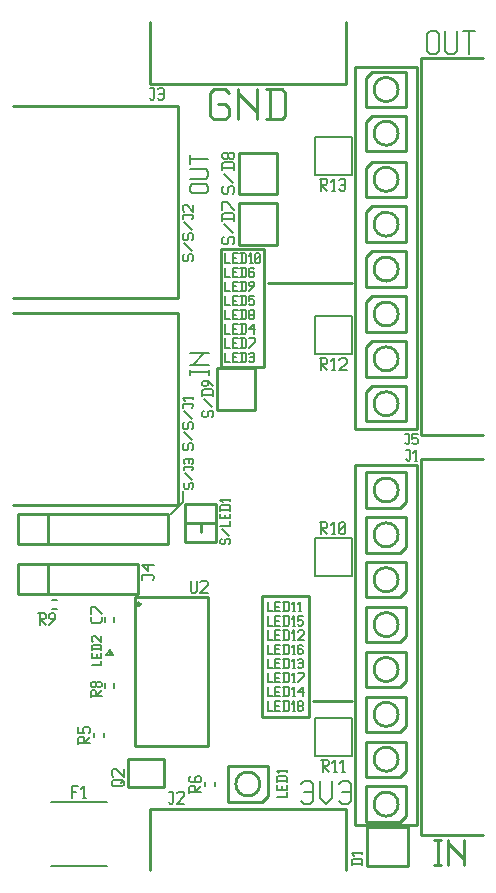
<source format=gbr>
G04 start of page 8 for group -4079 idx -4079 *
G04 Title: (unknown), topsilk *
G04 Creator: pcb 1.99z *
G04 CreationDate: Wed 16 Feb 2011 18:30:27 GMT UTC *
G04 For: rbarlow *
G04 Format: Gerber/RS-274X *
G04 PCB-Dimensions: 157480 283465 *
G04 PCB-Coordinate-Origin: lower left *
%MOIN*%
%FSLAX25Y25*%
%LNFRONTSILK*%
%ADD12C,0.0100*%
%ADD15C,0.0098*%
%ADD16C,0.0079*%
%ADD67C,0.0084*%
%ADD68C,0.0102*%
%ADD69C,0.0080*%
G54D12*X135039Y15355D02*X114567D01*
X135039Y135434D02*Y15355D01*
X114567D02*Y135434D01*
X83465Y91733D02*X99213D01*
Y51575D01*
X83465D01*
Y91733D01*
X100394Y56693D02*X113386D01*
X69685Y207481D02*X84252D01*
Y168111D01*
X69685D01*
Y207481D01*
X85433Y196063D02*X113386D01*
G54D16*X57086Y123230D02*X53149Y119293D01*
X57086Y126773D02*Y123230D01*
G54D12*X114567Y268111D02*X135039D01*
Y147638D01*
X114567D01*
Y135434D02*X135039D01*
X114567Y147638D02*Y268111D01*
G54D16*X60184Y225985D02*X64804D01*
X60184D02*X59414Y226755D01*
Y228295D02*Y226755D01*
Y228295D02*X60184Y229065D01*
X64804D01*
X65574Y228295D02*X64804Y229065D01*
X65574Y228295D02*Y226755D01*
X64804Y225985D02*X65574Y226755D01*
X59414Y230914D02*X64804D01*
X65574Y231684D01*
Y233224D02*Y231684D01*
Y233224D02*X64804Y233994D01*
X59414D02*X64804D01*
X59414Y238924D02*Y235844D01*
Y237384D02*X65574D01*
X59611Y167093D02*Y165553D01*
Y166323D02*X65771D01*
Y167093D02*Y165553D01*
X59611Y168942D02*X65771D01*
X59611D02*X60381D01*
X64231Y172792D01*
X59611D02*X65771D01*
G54D67*X140944Y10498D02*X143044D01*
X141994D02*Y2098D01*
X140944D02*X143044D01*
X145566Y10498D02*Y2098D01*
Y10498D02*Y9448D01*
X150816Y4198D01*
Y10498D02*Y2098D01*
G54D16*X138584Y279070D02*Y273430D01*
Y279070D02*X139524Y280010D01*
X141404D01*
X142344Y279070D01*
Y273430D01*
X141404Y272490D02*X142344Y273430D01*
X139524Y272490D02*X141404D01*
X138584Y273430D02*X139524Y272490D01*
X144601Y280010D02*Y273430D01*
X145541Y272490D01*
X147421D01*
X148361Y273430D01*
Y280010D02*Y273430D01*
X150619Y280010D02*X154379D01*
X152499D02*Y272490D01*
G54D68*X71222Y260847D02*X72492Y259577D01*
X67412Y260847D02*X71222D01*
X66142Y259577D02*X67412Y260847D01*
X66142Y259577D02*Y251957D01*
X67412Y250687D01*
X71222D01*
X72492Y251957D01*
Y254497D02*Y251957D01*
X71222Y255767D02*X72492Y254497D01*
X68682Y255767D02*X71222D01*
X75542Y260847D02*Y250687D01*
Y260847D02*Y259577D01*
X81892Y253227D01*
Y260847D02*Y250687D01*
X86213Y260847D02*Y250687D01*
X90023Y260847D02*X91293Y259577D01*
Y251957D01*
X90023Y250687D02*X91293Y251957D01*
X84943Y250687D02*X90023D01*
X84943Y260847D02*X90023D01*
G54D69*X96457Y29299D02*X97452Y30294D01*
X99442D01*
X100437Y29299D01*
Y23329D01*
X99442Y22334D02*X100437Y23329D01*
X97452Y22334D02*X99442D01*
X96457Y23329D02*X97452Y22334D01*
Y26314D02*X100437D01*
X102826Y30294D02*Y24324D01*
X104816Y22334D01*
X106806Y24324D01*
Y30294D02*Y24324D01*
X109196Y29299D02*X110191Y30294D01*
X112181D01*
X113176Y29299D01*
Y23329D01*
X112181Y22334D02*X113176Y23329D01*
X110191Y22334D02*X112181D01*
X109196Y23329D02*X110191Y22334D01*
Y26314D02*X113176D01*
G54D12*X85430Y25234D02*X83430Y23234D01*
X72050D02*X83430D01*
X72050Y35034D02*Y23234D01*
Y35034D02*X85430D01*
Y25234D01*
X82740Y29134D02*G75*G03X82740Y29134I-4000J0D01*G01*
X50739Y37516D02*Y28116D01*
X38839D02*X50739D01*
X38839Y37516D02*Y28116D01*
Y37516D02*X50739D01*
G54D15*X46025Y20869D02*X111497D01*
X46025D02*Y397D01*
X111497Y20869D02*Y397D01*
G54D16*X67650Y29921D02*Y28347D01*
X64634Y29921D02*Y28347D01*
X101180Y51181D02*Y38582D01*
Y51181D02*X113385D01*
Y38582D01*
X101180D02*X113385D01*
X31169Y62831D02*Y61257D01*
X34185Y62831D02*Y61257D01*
X32677Y73855D02*Y72281D01*
Y73855D02*X33858Y72281D01*
X32677Y73855D02*X31496Y72281D01*
X33858D01*
X30642Y46296D02*Y44722D01*
X27626Y46296D02*Y44722D01*
G54D12*X65550Y91538D02*Y41932D01*
X41140D02*X65550D01*
X41140Y91538D02*Y41932D01*
Y91538D02*X65550D01*
X41751Y89058D02*G75*G03X41751Y89058I610J0D01*G01*
G54D16*X34185Y84878D02*Y83304D01*
X31169Y84878D02*Y83304D01*
X13547Y90485D02*X15121D01*
X13547Y87469D02*X15121D01*
G54D12*X2008Y102638D02*X12008D01*
Y92638D01*
X2008Y102638D02*Y92638D01*
Y102638D02*X42008D01*
Y92638D01*
X2008D02*X42008D01*
X132261Y14705D02*Y1905D01*
X118361D02*X132261D01*
X118361Y14705D02*Y1905D01*
Y14705D02*X132261D01*
X131538Y48462D02*X129538Y46462D01*
X118158D02*X129538D01*
X118158Y58262D02*Y46462D01*
Y58262D02*X131538D01*
Y48462D01*
X128848Y52362D02*G75*G03X128848Y52362I-4000J0D01*G01*
X131538Y33501D02*X129538Y31501D01*
X118158D02*X129538D01*
X118158Y43301D02*Y31501D01*
Y43301D02*X131538D01*
Y33501D01*
X128848Y37401D02*G75*G03X128848Y37401I-4000J0D01*G01*
X131538Y18541D02*X129538Y16541D01*
X118158D02*X129538D01*
X118158Y28341D02*Y16541D01*
Y28341D02*X131538D01*
Y18541D01*
X128848Y22441D02*G75*G03X128848Y22441I-4000J0D01*G01*
G54D15*X136615Y137598D02*Y12126D01*
X157087D01*
X136615Y137598D02*X157087D01*
G54D12*X131538Y78383D02*X129538Y76383D01*
X118158D02*X129538D01*
X118158Y88183D02*Y76383D01*
Y88183D02*X131538D01*
Y78383D01*
X128848Y82283D02*G75*G03X128848Y82283I-4000J0D01*G01*
X131538Y63423D02*X129538Y61423D01*
X118158D02*X129538D01*
X118158Y73223D02*Y61423D01*
Y73223D02*X131538D01*
Y63423D01*
X128848Y67323D02*G75*G03X128848Y67323I-4000J0D01*G01*
G54D16*X13190Y23228D02*X31694D01*
X13190Y1968D02*X31694D01*
G54D12*X579Y122273D02*X55354D01*
Y186273D01*
X579D02*X55354D01*
X57692Y122446D02*X68292D01*
X57692D02*Y109846D01*
X68292D01*
Y122446D02*Y109846D01*
X57692Y116146D02*X68292D01*
X62992D02*Y113146D01*
X2009Y109174D02*X52009D01*
Y119174D02*Y109174D01*
X2009Y119174D02*X52009D01*
X2009D02*Y109174D01*
X12009Y119174D02*Y109174D01*
X2009Y119174D02*X12009D01*
X579Y191170D02*X55354D01*
Y255170D01*
X579D02*X55354D01*
X75686Y225744D02*X88486D01*
X75686Y239644D02*Y225744D01*
Y239644D02*X88486D01*
Y225744D01*
G54D15*X45984Y262599D02*X111456D01*
Y283071D02*Y262599D01*
X45984Y283071D02*Y262599D01*
G54D16*X101178Y111023D02*Y98424D01*
Y111023D02*X113383D01*
Y98424D01*
X101178D02*X113383D01*
G54D12*X68439Y153962D02*X81239D01*
X68439Y167862D02*Y153962D01*
Y167862D02*X81239D01*
Y153962D01*
X118159Y159806D02*X120159Y161806D01*
X131539D02*X120159D01*
X131539Y150006D02*Y161806D01*
X118159Y150006D02*X131539D01*
X118159Y159806D02*Y150006D01*
X120849Y155906D02*G75*G03X120849Y155906I4000J0D01*G01*
X118159Y174767D02*X120159Y176767D01*
X131539D02*X120159D01*
X131539Y164967D02*Y176767D01*
X118159Y164967D02*X131539D01*
X118159Y174767D02*Y164967D01*
X120849Y170867D02*G75*G03X120849Y170867I4000J0D01*G01*
X131538Y123265D02*X129538Y121265D01*
X118158D02*X129538D01*
X118158Y133065D02*Y121265D01*
Y133065D02*X131538D01*
Y123265D01*
X128848Y127165D02*G75*G03X128848Y127165I-4000J0D01*G01*
X131538Y108304D02*X129538Y106304D01*
X118158D02*X129538D01*
X118158Y118104D02*Y106304D01*
Y118104D02*X131538D01*
Y108304D01*
X128848Y112204D02*G75*G03X128848Y112204I-4000J0D01*G01*
X131538Y93344D02*X129538Y91344D01*
X118158D02*X129538D01*
X118158Y103144D02*Y91344D01*
Y103144D02*X131538D01*
Y93344D01*
X128848Y97244D02*G75*G03X128848Y97244I-4000J0D01*G01*
X88486Y222683D02*X75686D01*
X88486Y208783D02*Y222683D01*
X75686Y208783D02*X88486D01*
X75686Y222683D02*Y208783D01*
X118159Y219649D02*X120159Y221649D01*
X131539D02*X120159D01*
X131539Y209849D02*Y221649D01*
X118159Y209849D02*X131539D01*
X118159Y219649D02*Y209849D01*
X120849Y215749D02*G75*G03X120849Y215749I4000J0D01*G01*
G54D15*X136615Y271104D02*Y145632D01*
X157087D01*
X136615Y271104D02*X157087D01*
G54D16*X113386Y185040D02*Y172441D01*
X101181D02*X113386D01*
X101181Y185040D02*Y172441D01*
Y185040D02*X113386D01*
G54D12*X118159Y234610D02*X120159Y236610D01*
X131539D02*X120159D01*
X131539Y224810D02*Y236610D01*
X118159Y224810D02*X131539D01*
X118159Y234610D02*Y224810D01*
X120849Y230710D02*G75*G03X120849Y230710I4000J0D01*G01*
X118159Y249964D02*X120159Y251964D01*
X131539D02*X120159D01*
X131539Y240164D02*Y251964D01*
X118159Y240164D02*X131539D01*
X118159Y249964D02*Y240164D01*
X120849Y246064D02*G75*G03X120849Y246064I4000J0D01*G01*
X118159Y264531D02*X120159Y266531D01*
X131539D02*X120159D01*
X131539Y254731D02*Y266531D01*
X118159Y254731D02*X131539D01*
X118159Y264531D02*Y254731D01*
X120849Y260631D02*G75*G03X120849Y260631I4000J0D01*G01*
X118159Y189728D02*X120159Y191728D01*
X131539D02*X120159D01*
X131539Y179928D02*Y191728D01*
X118159Y179928D02*X131539D01*
X118159Y189728D02*Y179928D01*
X120849Y185828D02*G75*G03X120849Y185828I4000J0D01*G01*
X118159Y204688D02*X120159Y206688D01*
X131539D02*X120159D01*
X131539Y194888D02*Y206688D01*
X118159Y194888D02*X131539D01*
X118159Y204688D02*Y194888D01*
X120849Y200788D02*G75*G03X120849Y200788I4000J0D01*G01*
G54D16*X113385Y244884D02*Y232285D01*
X101180D02*X113385D01*
X101180Y244884D02*Y232285D01*
Y244884D02*X113385D01*
X102758Y116324D02*X104758D01*
X105258Y115824D01*
Y114824D01*
X104758Y114324D02*X105258Y114824D01*
X103258Y114324D02*X104758D01*
X103258Y116324D02*Y112324D01*
Y114324D02*X105258Y112324D01*
X106959D02*X107959D01*
X107459Y116324D02*Y112324D01*
X106459Y115324D02*X107459Y116324D01*
X109160Y112824D02*X109660Y112324D01*
X109160Y115824D02*Y112824D01*
Y115824D02*X109660Y116324D01*
X110660D01*
X111160Y115824D01*
Y112824D01*
X110660Y112324D02*X111160Y112824D01*
X109660Y112324D02*X110660D01*
X109160Y113324D02*X111160Y115324D01*
X131203Y145959D02*X132538D01*
Y142844D01*
X132093Y142399D02*X132538Y142844D01*
X131648Y142399D02*X132093D01*
X131203Y142844D02*X131648Y142399D01*
X133606Y145959D02*X135386D01*
X133606D02*Y144179D01*
X134051Y144624D01*
X134941D01*
X135386Y144179D01*
Y142844D01*
X134941Y142399D02*X135386Y142844D01*
X134051Y142399D02*X134941D01*
X133606Y142844D02*X134051Y142399D01*
X131554Y140448D02*X132889D01*
Y137333D01*
X132444Y136888D02*X132889Y137333D01*
X131999Y136888D02*X132444D01*
X131554Y137333D02*X131999Y136888D01*
X134402D02*X135292D01*
X134847Y140448D02*Y136888D01*
X133957Y139558D02*X134847Y140448D01*
X69585Y110582D02*X69975Y110972D01*
X69585Y110582D02*Y109412D01*
X69975Y109022D02*X69585Y109412D01*
X69975Y109022D02*X70755D01*
X71145Y109412D01*
Y110582D02*Y109412D01*
Y110582D02*X71535Y110972D01*
X72315D01*
X72705Y110582D02*X72315Y110972D01*
X72705Y110582D02*Y109412D01*
X72315Y109022D02*X72705Y109412D01*
X72315Y111908D02*X69975Y114248D01*
X69585Y115185D02*X72705D01*
Y116745D02*Y115185D01*
X71145Y118852D02*Y117682D01*
X72705Y119242D02*Y117682D01*
X69585D02*X72705D01*
X69585Y119242D02*Y117682D01*
Y120569D02*X72705D01*
X69585Y121739D02*X69975Y122129D01*
X72315D01*
X72705Y121739D02*X72315Y122129D01*
X72705Y121739D02*Y120179D01*
X69585Y121739D02*Y120179D01*
X72705Y124235D02*Y123455D01*
X69585Y123845D02*X72705D01*
X70365Y123065D02*X69585Y123845D01*
X30040Y84691D02*Y83356D01*
X29595Y82911D02*X30040Y83356D01*
X26925Y82911D02*X29595D01*
X26925D02*X26480Y83356D01*
Y84691D02*Y83356D01*
X30040Y85759D02*X27815Y87984D01*
X26480D02*X27815D01*
X26480D02*Y85759D01*
X59645Y96837D02*Y93337D01*
X60145Y92837D01*
X61145D01*
X61645Y93337D01*
Y96837D02*Y93337D01*
X62846Y96337D02*X63346Y96837D01*
X64846D01*
X65346Y96337D01*
Y95337D01*
X62846Y92837D02*X65346Y95337D01*
X62846Y92837D02*X65346D01*
X43543Y98784D02*Y97284D01*
Y98784D02*X47043D01*
X47543Y98284D02*X47043Y98784D01*
X47543Y98284D02*Y97784D01*
X47043Y97284D02*X47543Y97784D01*
X45543Y99985D02*X43543Y101985D01*
X45543Y102485D02*Y99985D01*
X43543Y101985D02*X47543D01*
X8894Y86007D02*X10894D01*
X11394Y85507D01*
Y84507D01*
X10894Y84007D02*X11394Y84507D01*
X9394Y84007D02*X10894D01*
X9394Y86007D02*Y82007D01*
Y84007D02*X11394Y82007D01*
X12595D02*X14595Y84007D01*
Y85507D02*Y84007D01*
X14095Y86007D02*X14595Y85507D01*
X13095Y86007D02*X14095D01*
X12595Y85507D02*X13095Y86007D01*
X12595Y85507D02*Y84507D01*
X13095Y84007D01*
X14595D01*
X26479Y59959D02*Y58179D01*
Y59959D02*X26924Y60404D01*
X27814D01*
X28259Y59959D02*X27814Y60404D01*
X28259Y59959D02*Y58624D01*
X26479D02*X30039D01*
X28259D02*X30039Y60404D01*
X29594Y61472D02*X30039Y61917D01*
X28704Y61472D02*X29594D01*
X28704D02*X28259Y61917D01*
Y62807D02*Y61917D01*
Y62807D02*X28704Y63252D01*
X29594D01*
X30039Y62807D02*X29594Y63252D01*
X30039Y62807D02*Y61917D01*
X27814Y61472D02*X28259Y61917D01*
X26924Y61472D02*X27814D01*
X26924D02*X26479Y61917D01*
Y62807D02*Y61917D01*
Y62807D02*X26924Y63252D01*
X27814D01*
X28259Y62807D02*X27814Y63252D01*
X26765Y68665D02*X29885D01*
Y70225D02*Y68665D01*
X28325Y72331D02*Y71161D01*
X29885Y72721D02*Y71161D01*
X26765D02*X29885D01*
X26765Y72721D02*Y71161D01*
Y74048D02*X29885D01*
X26765Y75218D02*X27155Y75608D01*
X29495D01*
X29885Y75218D02*X29495Y75608D01*
X29885Y75218D02*Y73658D01*
X26765Y75218D02*Y73658D01*
X27155Y76545D02*X26765Y76935D01*
Y78105D02*Y76935D01*
Y78105D02*X27155Y78495D01*
X27935D01*
X29885Y76545D02*X27935Y78495D01*
X29885D02*Y76545D01*
X22260Y44359D02*Y42359D01*
Y44359D02*X22760Y44859D01*
X23760D01*
X24260Y44359D02*X23760Y44859D01*
X24260Y44359D02*Y42859D01*
X22260D02*X26260D01*
X24260D02*X26260Y44859D01*
X22260Y48060D02*Y46060D01*
X24260D01*
X23760Y46560D01*
Y47560D02*Y46560D01*
Y47560D02*X24260Y48060D01*
X25760D01*
X26260Y47560D02*X25760Y48060D01*
X26260Y47560D02*Y46560D01*
X25760Y46060D02*X26260Y46560D01*
X33916Y28394D02*X36916D01*
X33916D02*X33416Y28894D01*
Y29894D02*Y28894D01*
Y29894D02*X33916Y30394D01*
X36916D01*
X37416Y29894D02*X36916Y30394D01*
X37416Y29894D02*Y28894D01*
X36916Y28394D02*X37416Y28894D01*
X36416Y29394D02*X37416Y30394D01*
X33916Y31595D02*X33416Y32095D01*
Y33595D02*Y32095D01*
Y33595D02*X33916Y34095D01*
X34916D01*
X37416Y31595D02*X34916Y34095D01*
X37416D02*Y31595D01*
X52383Y26561D02*X53883D01*
Y23061D01*
X53383Y22561D02*X53883Y23061D01*
X52883Y22561D02*X53383D01*
X52383Y23061D02*X52883Y22561D01*
X55084Y26061D02*X55584Y26561D01*
X57084D01*
X57584Y26061D01*
Y25061D01*
X55084Y22561D02*X57584Y25061D01*
X55084Y22561D02*X57584D01*
X59267Y27985D02*Y25985D01*
Y27985D02*X59767Y28485D01*
X60767D01*
X61267Y27985D02*X60767Y28485D01*
X61267Y27985D02*Y26485D01*
X59267D02*X63267D01*
X61267D02*X63267Y28485D01*
X59267Y31186D02*X59767Y31686D01*
X59267Y31186D02*Y30186D01*
X59767Y29686D02*X59267Y30186D01*
X59767Y29686D02*X62767D01*
X63267Y30186D01*
X61267Y31186D02*X61767Y31686D01*
X61267Y31186D02*Y29686D01*
X63267Y31186D02*Y30186D01*
Y31186D02*X62767Y31686D01*
X61767D02*X62767D01*
X20080Y28529D02*Y24529D01*
Y28529D02*X22080D01*
X20080Y26529D02*X21580D01*
X23781Y24529D02*X24781D01*
X24281Y28529D02*Y24529D01*
X23281Y27529D02*X24281Y28529D01*
X85431Y80331D02*Y77211D01*
X86991D01*
X87927Y78771D02*X89097D01*
X87927Y77211D02*X89487D01*
X87927Y80331D02*Y77211D01*
Y80331D02*X89487D01*
X90814D02*Y77211D01*
X91984Y80331D02*X92374Y79941D01*
Y77601D01*
X91984Y77211D02*X92374Y77601D01*
X90424Y77211D02*X91984D01*
X90424Y80331D02*X91984D01*
X93701Y77211D02*X94481D01*
X94091Y80331D02*Y77211D01*
X93311Y79551D02*X94091Y80331D01*
X95418Y79941D02*X95808Y80331D01*
X96978D01*
X97368Y79941D01*
Y79161D01*
X95418Y77211D02*X97368Y79161D01*
X95418Y77211D02*X97368D01*
X113392Y2436D02*X116952D01*
X113392Y3771D02*X113837Y4216D01*
X116507D01*
X116952Y3771D02*X116507Y4216D01*
X116952Y3771D02*Y1991D01*
X113392Y3771D02*Y1991D01*
X116952Y6619D02*Y5729D01*
X113392Y6174D02*X116952D01*
X114282Y5284D02*X113392Y6174D01*
X103150Y37189D02*X105150D01*
X105650Y36689D01*
Y35689D01*
X105150Y35189D02*X105650Y35689D01*
X103650Y35189D02*X105150D01*
X103650Y37189D02*Y33189D01*
Y35189D02*X105650Y33189D01*
X107351D02*X108351D01*
X107851Y37189D02*Y33189D01*
X106851Y36189D02*X107851Y37189D01*
X110052Y33189D02*X111052D01*
X110552Y37189D02*Y33189D01*
X109552Y36189D02*X110552Y37189D01*
X85431Y75607D02*Y72487D01*
X86991D01*
X87927Y74047D02*X89097D01*
X87927Y72487D02*X89487D01*
X87927Y75607D02*Y72487D01*
Y75607D02*X89487D01*
X90814D02*Y72487D01*
X91984Y75607D02*X92374Y75217D01*
Y72877D01*
X91984Y72487D02*X92374Y72877D01*
X90424Y72487D02*X91984D01*
X90424Y75607D02*X91984D01*
X93701Y72487D02*X94481D01*
X94091Y75607D02*Y72487D01*
X93311Y74827D02*X94091Y75607D01*
X96588D02*X96978Y75217D01*
X95808Y75607D02*X96588D01*
X95418Y75217D02*X95808Y75607D01*
X95418Y75217D02*Y72877D01*
X95808Y72487D01*
X96588Y74047D02*X96978Y73657D01*
X95418Y74047D02*X96588D01*
X95808Y72487D02*X96588D01*
X96978Y72877D01*
Y73657D02*Y72877D01*
X85432Y89780D02*Y86660D01*
X86992D01*
X87928Y88220D02*X89098D01*
X87928Y86660D02*X89488D01*
X87928Y89780D02*Y86660D01*
Y89780D02*X89488D01*
X90815D02*Y86660D01*
X91985Y89780D02*X92375Y89390D01*
Y87050D01*
X91985Y86660D02*X92375Y87050D01*
X90425Y86660D02*X91985D01*
X90425Y89780D02*X91985D01*
X93702Y86660D02*X94482D01*
X94092Y89780D02*Y86660D01*
X93312Y89000D02*X94092Y89780D01*
X95809Y86660D02*X96589D01*
X96199Y89780D02*Y86660D01*
X95419Y89000D02*X96199Y89780D01*
X85432Y85054D02*Y81934D01*
X86992D01*
X87928Y83494D02*X89098D01*
X87928Y81934D02*X89488D01*
X87928Y85054D02*Y81934D01*
Y85054D02*X89488D01*
X90815D02*Y81934D01*
X91985Y85054D02*X92375Y84664D01*
Y82324D01*
X91985Y81934D02*X92375Y82324D01*
X90425Y81934D02*X91985D01*
X90425Y85054D02*X91985D01*
X93702Y81934D02*X94482D01*
X94092Y85054D02*Y81934D01*
X93312Y84274D02*X94092Y85054D01*
X95419D02*X96979D01*
X95419D02*Y83494D01*
X95809Y83884D01*
X96589D01*
X96979Y83494D01*
Y82324D01*
X96589Y81934D02*X96979Y82324D01*
X95809Y81934D02*X96589D01*
X95419Y82324D02*X95809Y81934D01*
X88523Y24803D02*X91643D01*
Y26363D02*Y24803D01*
X90083Y28469D02*Y27299D01*
X91643Y28859D02*Y27299D01*
X88523D02*X91643D01*
X88523Y28859D02*Y27299D01*
Y30186D02*X91643D01*
X88523Y31356D02*X88913Y31746D01*
X91253D01*
X91643Y31356D02*X91253Y31746D01*
X91643Y31356D02*Y29796D01*
X88523Y31356D02*Y29796D01*
X91643Y33853D02*Y33073D01*
X88523Y33463D02*X91643D01*
X89303Y32683D02*X88523Y33463D01*
X85433Y70881D02*Y67761D01*
X86993D01*
X87929Y69321D02*X89099D01*
X87929Y67761D02*X89489D01*
X87929Y70881D02*Y67761D01*
Y70881D02*X89489D01*
X90816D02*Y67761D01*
X91986Y70881D02*X92376Y70491D01*
Y68151D01*
X91986Y67761D02*X92376Y68151D01*
X90426Y67761D02*X91986D01*
X90426Y70881D02*X91986D01*
X93703Y67761D02*X94483D01*
X94093Y70881D02*Y67761D01*
X93313Y70101D02*X94093Y70881D01*
X95420Y70491D02*X95810Y70881D01*
X96590D01*
X96980Y70491D01*
Y68151D01*
X96590Y67761D02*X96980Y68151D01*
X95810Y67761D02*X96590D01*
X95420Y68151D02*X95810Y67761D01*
Y69321D02*X96980D01*
X85432Y66157D02*Y63037D01*
X86992D01*
X87928Y64597D02*X89098D01*
X87928Y63037D02*X89488D01*
X87928Y66157D02*Y63037D01*
Y66157D02*X89488D01*
X90815D02*Y63037D01*
X91985Y66157D02*X92375Y65767D01*
Y63427D01*
X91985Y63037D02*X92375Y63427D01*
X90425Y63037D02*X91985D01*
X90425Y66157D02*X91985D01*
X93702Y63037D02*X94482D01*
X94092Y66157D02*Y63037D01*
X93312Y65377D02*X94092Y66157D01*
X95419Y63037D02*X97369Y64987D01*
Y66157D02*Y64987D01*
X95419Y66157D02*X97369D01*
X85432Y61434D02*Y58314D01*
X86992D01*
X87928Y59874D02*X89098D01*
X87928Y58314D02*X89488D01*
X87928Y61434D02*Y58314D01*
Y61434D02*X89488D01*
X90815D02*Y58314D01*
X91985Y61434D02*X92375Y61044D01*
Y58704D01*
X91985Y58314D02*X92375Y58704D01*
X90425Y58314D02*X91985D01*
X90425Y61434D02*X91985D01*
X93702Y58314D02*X94482D01*
X94092Y61434D02*Y58314D01*
X93312Y60654D02*X94092Y61434D01*
X95419Y59874D02*X96979Y61434D01*
X95419Y59874D02*X97369D01*
X96979Y61434D02*Y58314D01*
X85433Y56709D02*Y53589D01*
X86993D01*
X87929Y55149D02*X89099D01*
X87929Y53589D02*X89489D01*
X87929Y56709D02*Y53589D01*
Y56709D02*X89489D01*
X90816D02*Y53589D01*
X91986Y56709D02*X92376Y56319D01*
Y53979D01*
X91986Y53589D02*X92376Y53979D01*
X90426Y53589D02*X91986D01*
X90426Y56709D02*X91986D01*
X93703Y53589D02*X94483D01*
X94093Y56709D02*Y53589D01*
X93313Y55929D02*X94093Y56709D01*
X95420Y53979D02*X95810Y53589D01*
X95420Y54759D02*Y53979D01*
Y54759D02*X95810Y55149D01*
X96590D01*
X96980Y54759D01*
Y53979D01*
X96590Y53589D02*X96980Y53979D01*
X95810Y53589D02*X96590D01*
X95420Y55539D02*X95810Y55149D01*
X95420Y56319D02*Y55539D01*
Y56319D02*X95810Y56709D01*
X96590D01*
X96980Y56319D01*
Y55539D01*
X96590Y55149D02*X96980Y55539D01*
X57071Y205246D02*X57516Y205691D01*
X57071Y205246D02*Y203911D01*
X57516Y203466D02*X57071Y203911D01*
X57516Y203466D02*X58406D01*
X58851Y203911D01*
Y205246D02*Y203911D01*
Y205246D02*X59296Y205691D01*
X60186D01*
X60631Y205246D02*X60186Y205691D01*
X60631Y205246D02*Y203911D01*
X60186Y203466D02*X60631Y203911D01*
X60186Y206759D02*X57516Y209429D01*
X57071Y212278D02*X57516Y212723D01*
X57071Y212278D02*Y210943D01*
X57516Y210498D02*X57071Y210943D01*
X57516Y210498D02*X58406D01*
X58851Y210943D01*
Y212278D02*Y210943D01*
Y212278D02*X59296Y212723D01*
X60186D01*
X60631Y212278D02*X60186Y212723D01*
X60631Y212278D02*Y210943D01*
X60186Y210498D02*X60631Y210943D01*
X60186Y213792D02*X57516Y216462D01*
X57071Y218866D02*Y217531D01*
Y218866D02*X60186D01*
X60631Y218421D02*X60186Y218866D01*
X60631Y218421D02*Y217976D01*
X60186Y217531D02*X60631Y217976D01*
X57516Y219935D02*X57071Y220380D01*
Y221715D02*Y220380D01*
Y221715D02*X57516Y222160D01*
X58406D01*
X60631Y219935D02*X58406Y222160D01*
X60631D02*Y219935D01*
X70159Y211011D02*X70659Y211511D01*
X70159Y211011D02*Y209511D01*
X70659Y209011D02*X70159Y209511D01*
X70659Y209011D02*X71659D01*
X72159Y209511D01*
Y211011D02*Y209511D01*
Y211011D02*X72659Y211511D01*
X73659D01*
X74159Y211011D02*X73659Y211511D01*
X74159Y211011D02*Y209511D01*
X73659Y209011D02*X74159Y209511D01*
X73659Y212712D02*X70659Y215712D01*
X70159Y217413D02*X74159D01*
X70159Y218913D02*X70659Y219413D01*
X73659D01*
X74159Y218913D02*X73659Y219413D01*
X74159Y218913D02*Y216913D01*
X70159Y218913D02*Y216913D01*
X74159Y220614D02*X71659Y223114D01*
X70159D02*X71659D01*
X70159D02*Y220614D01*
X70158Y227941D02*X70658Y228441D01*
X70158Y227941D02*Y226441D01*
X70658Y225941D02*X70158Y226441D01*
X70658Y225941D02*X71658D01*
X72158Y226441D01*
Y227941D02*Y226441D01*
Y227941D02*X72658Y228441D01*
X73658D01*
X74158Y227941D02*X73658Y228441D01*
X74158Y227941D02*Y226441D01*
X73658Y225941D02*X74158Y226441D01*
X73658Y229642D02*X70658Y232642D01*
X70158Y234343D02*X74158D01*
X70158Y235843D02*X70658Y236343D01*
X73658D01*
X74158Y235843D02*X73658Y236343D01*
X74158Y235843D02*Y233843D01*
X70158Y235843D02*Y233843D01*
X73658Y237544D02*X74158Y238044D01*
X72658Y237544D02*X73658D01*
X72658D02*X72158Y238044D01*
Y239044D02*Y238044D01*
Y239044D02*X72658Y239544D01*
X73658D01*
X74158Y239044D02*X73658Y239544D01*
X74158Y239044D02*Y238044D01*
X71658Y237544D02*X72158Y238044D01*
X70658Y237544D02*X71658D01*
X70658D02*X70158Y238044D01*
Y239044D02*Y238044D01*
Y239044D02*X70658Y239544D01*
X71658D01*
X72158Y239044D02*X71658Y239544D01*
X46083Y261205D02*X47583D01*
Y257705D01*
X47083Y257205D02*X47583Y257705D01*
X46583Y257205D02*X47083D01*
X46083Y257705D02*X46583Y257205D01*
X48784Y260705D02*X49284Y261205D01*
X50284D01*
X50784Y260705D01*
Y257705D01*
X50284Y257205D02*X50784Y257705D01*
X49284Y257205D02*X50284D01*
X48784Y257705D02*X49284Y257205D01*
Y259205D02*X50784D01*
X102755Y230891D02*X104755D01*
X105255Y230391D01*
Y229391D01*
X104755Y228891D02*X105255Y229391D01*
X103255Y228891D02*X104755D01*
X103255Y230891D02*Y226891D01*
Y228891D02*X105255Y226891D01*
X106956D02*X107956D01*
X107456Y230891D02*Y226891D01*
X106456Y229891D02*X107456Y230891D01*
X109157Y230391D02*X109657Y230891D01*
X110657D01*
X111157Y230391D01*
Y227391D01*
X110657Y226891D02*X111157Y227391D01*
X109657Y226891D02*X110657D01*
X109157Y227391D02*X109657Y226891D01*
Y228891D02*X111157D01*
X71258Y191840D02*Y188720D01*
X72818D01*
X73754Y190280D02*X74924D01*
X73754Y188720D02*X75314D01*
X73754Y191840D02*Y188720D01*
Y191840D02*X75314D01*
X76641D02*Y188720D01*
X77811Y191840D02*X78201Y191450D01*
Y189110D01*
X77811Y188720D02*X78201Y189110D01*
X76251Y188720D02*X77811D01*
X76251Y191840D02*X77811D01*
X79138D02*X80698D01*
X79138D02*Y190280D01*
X79528Y190670D01*
X80308D01*
X80698Y190280D01*
Y189110D01*
X80308Y188720D02*X80698Y189110D01*
X79528Y188720D02*X80308D01*
X79138Y189110D02*X79528Y188720D01*
X71257Y196563D02*Y193443D01*
X72817D01*
X73753Y195003D02*X74923D01*
X73753Y193443D02*X75313D01*
X73753Y196563D02*Y193443D01*
Y196563D02*X75313D01*
X76640D02*Y193443D01*
X77810Y196563D02*X78200Y196173D01*
Y193833D01*
X77810Y193443D02*X78200Y193833D01*
X76250Y193443D02*X77810D01*
X76250Y196563D02*X77810D01*
X79137Y193443D02*X80697Y195003D01*
Y196173D02*Y195003D01*
X80307Y196563D02*X80697Y196173D01*
X79527Y196563D02*X80307D01*
X79137Y196173D02*X79527Y196563D01*
X79137Y196173D02*Y195393D01*
X79527Y195003D01*
X80697D01*
X71259Y172940D02*Y169820D01*
X72819D01*
X73755Y171380D02*X74925D01*
X73755Y169820D02*X75315D01*
X73755Y172940D02*Y169820D01*
Y172940D02*X75315D01*
X76642D02*Y169820D01*
X77812Y172940D02*X78202Y172550D01*
Y170210D01*
X77812Y169820D02*X78202Y170210D01*
X76252Y169820D02*X77812D01*
X76252Y172940D02*X77812D01*
X79139Y172550D02*X79529Y172940D01*
X80309D01*
X80699Y172550D01*
Y170210D01*
X80309Y169820D02*X80699Y170210D01*
X79529Y169820D02*X80309D01*
X79139Y170210D02*X79529Y169820D01*
Y171380D02*X80699D01*
X71259Y182390D02*Y179270D01*
X72819D01*
X73755Y180830D02*X74925D01*
X73755Y179270D02*X75315D01*
X73755Y182390D02*Y179270D01*
Y182390D02*X75315D01*
X76642D02*Y179270D01*
X77812Y182390D02*X78202Y182000D01*
Y179660D01*
X77812Y179270D02*X78202Y179660D01*
X76252Y179270D02*X77812D01*
X76252Y182390D02*X77812D01*
X79139Y180830D02*X80699Y182390D01*
X79139Y180830D02*X81089D01*
X80699Y182390D02*Y179270D01*
X71261Y177667D02*Y174547D01*
X72821D01*
X73757Y176107D02*X74927D01*
X73757Y174547D02*X75317D01*
X73757Y177667D02*Y174547D01*
Y177667D02*X75317D01*
X76644D02*Y174547D01*
X77814Y177667D02*X78204Y177277D01*
Y174937D01*
X77814Y174547D02*X78204Y174937D01*
X76254Y174547D02*X77814D01*
X76254Y177667D02*X77814D01*
X79141Y174547D02*X81091Y176497D01*
Y177667D02*Y176497D01*
X79141Y177667D02*X81091D01*
X71257Y201289D02*Y198169D01*
X72817D01*
X73753Y199729D02*X74923D01*
X73753Y198169D02*X75313D01*
X73753Y201289D02*Y198169D01*
Y201289D02*X75313D01*
X76640D02*Y198169D01*
X77810Y201289D02*X78200Y200899D01*
Y198559D01*
X77810Y198169D02*X78200Y198559D01*
X76250Y198169D02*X77810D01*
X76250Y201289D02*X77810D01*
X80307D02*X80697Y200899D01*
X79527Y201289D02*X80307D01*
X79137Y200899D02*X79527Y201289D01*
X79137Y200899D02*Y198559D01*
X79527Y198169D01*
X80307Y199729D02*X80697Y199339D01*
X79137Y199729D02*X80307D01*
X79527Y198169D02*X80307D01*
X80697Y198559D01*
Y199339D02*Y198559D01*
X71259Y206010D02*Y202890D01*
X72819D01*
X73755Y204450D02*X74925D01*
X73755Y202890D02*X75315D01*
X73755Y206010D02*Y202890D01*
Y206010D02*X75315D01*
X76642D02*Y202890D01*
X77812Y206010D02*X78202Y205620D01*
Y203280D01*
X77812Y202890D02*X78202Y203280D01*
X76252Y202890D02*X77812D01*
X76252Y206010D02*X77812D01*
X79529Y202890D02*X80309D01*
X79919Y206010D02*Y202890D01*
X79139Y205230D02*X79919Y206010D01*
X81246Y203280D02*X81636Y202890D01*
X81246Y205620D02*Y203280D01*
Y205620D02*X81636Y206010D01*
X82416D01*
X82806Y205620D01*
Y203280D01*
X82416Y202890D02*X82806Y203280D01*
X81636Y202890D02*X82416D01*
X81246Y203670D02*X82806Y205230D01*
X71260Y187115D02*Y183995D01*
X72820D01*
X73756Y185555D02*X74926D01*
X73756Y183995D02*X75316D01*
X73756Y187115D02*Y183995D01*
Y187115D02*X75316D01*
X76643D02*Y183995D01*
X77813Y187115D02*X78203Y186725D01*
Y184385D01*
X77813Y183995D02*X78203Y184385D01*
X76253Y183995D02*X77813D01*
X76253Y187115D02*X77813D01*
X79140Y184385D02*X79530Y183995D01*
X79140Y185165D02*Y184385D01*
Y185165D02*X79530Y185555D01*
X80310D01*
X80700Y185165D01*
Y184385D01*
X80310Y183995D02*X80700Y184385D01*
X79530Y183995D02*X80310D01*
X79140Y185945D02*X79530Y185555D01*
X79140Y186725D02*Y185945D01*
Y186725D02*X79530Y187115D01*
X80310D01*
X80700Y186725D01*
Y185945D01*
X80310Y185555D02*X80700Y185945D01*
X57072Y142252D02*X57517Y142697D01*
X57072Y142252D02*Y140917D01*
X57517Y140472D02*X57072Y140917D01*
X57517Y140472D02*X58407D01*
X58852Y140917D01*
Y142252D02*Y140917D01*
Y142252D02*X59297Y142697D01*
X60187D01*
X60632Y142252D02*X60187Y142697D01*
X60632Y142252D02*Y140917D01*
X60187Y140472D02*X60632Y140917D01*
X60187Y143765D02*X57517Y146435D01*
X57072Y149284D02*X57517Y149729D01*
X57072Y149284D02*Y147949D01*
X57517Y147504D02*X57072Y147949D01*
X57517Y147504D02*X58407D01*
X58852Y147949D01*
Y149284D02*Y147949D01*
Y149284D02*X59297Y149729D01*
X60187D01*
X60632Y149284D02*X60187Y149729D01*
X60632Y149284D02*Y147949D01*
X60187Y147504D02*X60632Y147949D01*
X60187Y150798D02*X57517Y153468D01*
X57072Y155872D02*Y154537D01*
Y155872D02*X60187D01*
X60632Y155427D02*X60187Y155872D01*
X60632Y155427D02*Y154982D01*
X60187Y154537D02*X60632Y154982D01*
Y158276D02*Y157386D01*
X57072Y157831D02*X60632D01*
X57962Y156941D02*X57072Y157831D01*
X63589Y153183D02*X64034Y153628D01*
X63589Y153183D02*Y151848D01*
X64034Y151403D02*X63589Y151848D01*
X64034Y151403D02*X64924D01*
X65369Y151848D01*
Y153183D02*Y151848D01*
Y153183D02*X65814Y153628D01*
X66704D01*
X67149Y153183D02*X66704Y153628D01*
X67149Y153183D02*Y151848D01*
X66704Y151403D02*X67149Y151848D01*
X66704Y154696D02*X64034Y157366D01*
X63589Y158880D02*X67149D01*
X63589Y160215D02*X64034Y160660D01*
X66704D01*
X67149Y160215D02*X66704Y160660D01*
X67149Y160215D02*Y158435D01*
X63589Y160215D02*Y158435D01*
X67149Y161729D02*X65369Y163509D01*
X64034D02*X65369D01*
X63589Y163064D02*X64034Y163509D01*
X63589Y163064D02*Y162174D01*
X64034Y161729D02*X63589Y162174D01*
X64034Y161729D02*X64924D01*
X65369Y162174D01*
Y163509D02*Y162174D01*
X57496Y129161D02*X57886Y129551D01*
X57496Y129161D02*Y127991D01*
X57886Y127601D02*X57496Y127991D01*
X57886Y127601D02*X58666D01*
X59056Y127991D01*
Y129161D02*Y127991D01*
Y129161D02*X59446Y129551D01*
X60226D01*
X60616Y129161D02*X60226Y129551D01*
X60616Y129161D02*Y127991D01*
X60226Y127601D02*X60616Y127991D01*
X60226Y130487D02*X57886Y132827D01*
X57496Y134934D02*Y133764D01*
Y134934D02*X60226D01*
X60616Y134544D02*X60226Y134934D01*
X60616Y134544D02*Y134154D01*
X60226Y133764D02*X60616Y134154D01*
X57886Y135871D02*X57496Y136261D01*
Y137041D02*Y136261D01*
Y137041D02*X57886Y137431D01*
X60226D01*
X60616Y137041D02*X60226Y137431D01*
X60616Y137041D02*Y136261D01*
X60226Y135871D02*X60616Y136261D01*
X59056Y137431D02*Y136261D01*
X102755Y171047D02*X104755D01*
X105255Y170547D01*
Y169547D01*
X104755Y169047D02*X105255Y169547D01*
X103255Y169047D02*X104755D01*
X103255Y171047D02*Y167047D01*
Y169047D02*X105255Y167047D01*
X106956D02*X107956D01*
X107456Y171047D02*Y167047D01*
X106456Y170047D02*X107456Y171047D01*
X109157Y170547D02*X109657Y171047D01*
X111157D01*
X111657Y170547D01*
Y169547D01*
X109157Y167047D02*X111657Y169547D01*
X109157Y167047D02*X111657D01*
M02*

</source>
